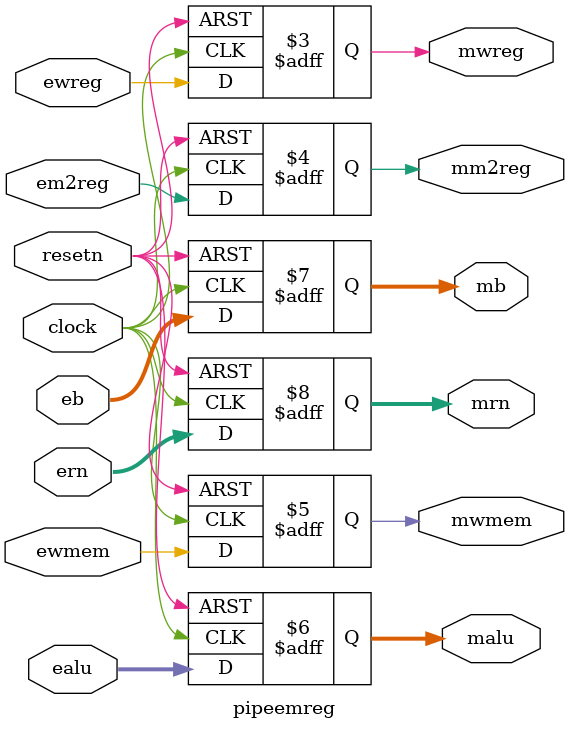
<source format=v>
module pipeemreg(ewreg, em2reg, ewmem, ealu, eb, ern, clock, resetn,
mwreg, mm2reg, mwmem, malu, mb, mrn);
	input ewreg, em2reg, ewmem, clock, resetn;
	input [31:0] ealu, eb;
	input [4:0] ern;
	output mwreg, mm2reg, mwmem;
	output [31:0] malu, mb;
	output [4:0] mrn;
	reg mwreg, mm2reg, mwmem; 
	reg [31:0] malu, mb;
	reg [4:0] mrn;
	
	always @( posedge clock or negedge resetn)
	begin
		if (resetn == 0) 
		begin
			mwreg <= 0;
			mm2reg <= 0;
			mwmem <= 0;
			malu <= 0;
			mb <= 0;
			mrn <= 0;
		end
		else
		begin
			mwreg <= ewreg;
			mm2reg <= em2reg;
			mwmem <= ewmem;
			malu <= ealu;
			mb <= eb;
			mrn <= ern;
		end
	end
endmodule

</source>
